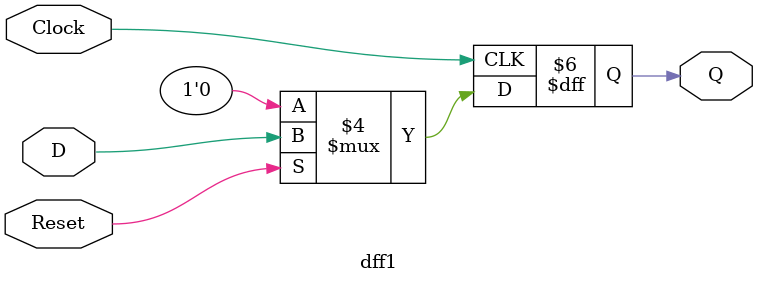
<source format=v>
module q2(q,clk,clr);
  input clk,clr;
  output [3:0]q;
  reg [3:0]q;
  
				dff1 stage0((~q[0]), clk, clr, q[3]);
				dff1 stage1(q[3], clk, clr, q[2]);
				dff1 stage2(q[2], clk, clr, q[1]);
				dff1 stage3(q[1], clk, clr, q[0]);
endmodule

module dff1(D, Clock, Reset, Q);
input D, Clock, Reset;
output Q;
reg Q;
always @(posedge Clock)
	begin
		if(!Reset)
			Q <= 0;
		else
			Q <= D;
	end
endmodule

</source>
